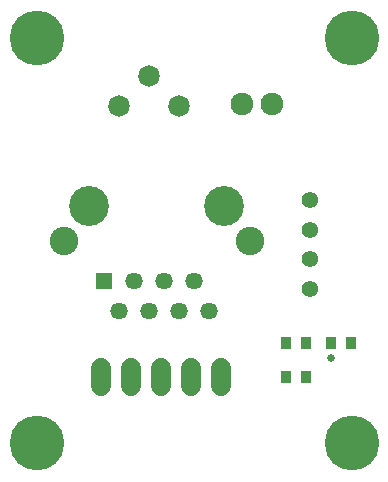
<source format=gbr>
G04 EAGLE Gerber RS-274X export*
G75*
%MOMM*%
%FSLAX34Y34*%
%LPD*%
%INSoldermask Top*%
%IPPOS*%
%AMOC8*
5,1,8,0,0,1.08239X$1,22.5*%
G01*
G04 Define Apertures*
%ADD10C,4.626991*%
%ADD11C,1.927000*%
%ADD12C,1.387000*%
%ADD13C,1.651000*%
%ADD14C,1.827000*%
%ADD15C,3.377000*%
%ADD16C,2.407000*%
%ADD17R,1.462000X1.462000*%
%ADD18C,1.462000*%
%ADD19R,0.925700X1.100900*%
%ADD20C,0.652000*%
D10*
X44450Y387350D03*
X44450Y44450D03*
X311150Y44450D03*
X311150Y387350D03*
D11*
X243840Y331470D03*
X218440Y331470D03*
D12*
X275590Y250190D03*
X275590Y225190D03*
X275590Y200190D03*
X275590Y175190D03*
D13*
X200535Y107825D02*
X200535Y92585D01*
X175135Y92585D02*
X175135Y107825D01*
X149735Y107825D02*
X149735Y92585D01*
X124335Y92585D02*
X124335Y107825D01*
X98935Y107825D02*
X98935Y92585D01*
D14*
X165100Y330200D03*
X139700Y355600D03*
X114300Y330200D03*
D15*
X88900Y245110D03*
X203200Y245110D03*
D16*
X67300Y215610D03*
X224800Y215610D03*
D17*
X101600Y181610D03*
D18*
X114300Y156210D03*
X127000Y181610D03*
X139700Y156210D03*
X152400Y181610D03*
X165100Y156210D03*
X177800Y181610D03*
X190500Y156210D03*
D19*
X256008Y129540D03*
X272312Y129540D03*
X256008Y100330D03*
X272312Y100330D03*
X294108Y129540D03*
X310412Y129540D03*
D20*
X293370Y116840D03*
M02*

</source>
